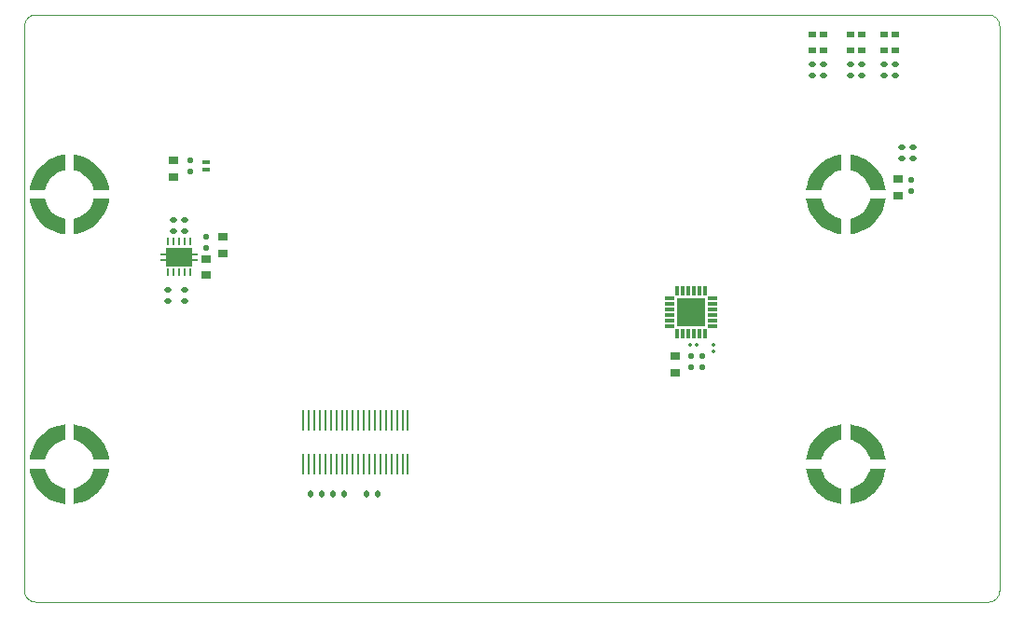
<source format=gtp>
G04*
G04 #@! TF.GenerationSoftware,Altium Limited,Altium Designer,24.5.2 (23)*
G04*
G04 Layer_Color=8421504*
%FSLAX25Y25*%
%MOIN*%
G70*
G04*
G04 #@! TF.SameCoordinates,8268167A-419A-4E4C-BA15-56D98ABE09BB*
G04*
G04*
G04 #@! TF.FilePolarity,Positive*
G04*
G01*
G75*
%ADD20C,0.00100*%
G04:AMPARAMS|DCode=21|XSize=23.62mil|YSize=17.72mil|CornerRadius=4.43mil|HoleSize=0mil|Usage=FLASHONLY|Rotation=90.000|XOffset=0mil|YOffset=0mil|HoleType=Round|Shape=RoundedRectangle|*
%AMROUNDEDRECTD21*
21,1,0.02362,0.00886,0,0,90.0*
21,1,0.01476,0.01772,0,0,90.0*
1,1,0.00886,0.00443,0.00738*
1,1,0.00886,0.00443,-0.00738*
1,1,0.00886,-0.00443,-0.00738*
1,1,0.00886,-0.00443,0.00738*
%
%ADD21ROUNDEDRECTD21*%
%ADD22R,0.10039X0.10039*%
G04:AMPARAMS|DCode=23|XSize=35.43mil|YSize=11.81mil|CornerRadius=2.95mil|HoleSize=0mil|Usage=FLASHONLY|Rotation=270.000|XOffset=0mil|YOffset=0mil|HoleType=Round|Shape=RoundedRectangle|*
%AMROUNDEDRECTD23*
21,1,0.03543,0.00591,0,0,270.0*
21,1,0.02953,0.01181,0,0,270.0*
1,1,0.00591,-0.00295,-0.01476*
1,1,0.00591,-0.00295,0.01476*
1,1,0.00591,0.00295,0.01476*
1,1,0.00591,0.00295,-0.01476*
%
%ADD23ROUNDEDRECTD23*%
G04:AMPARAMS|DCode=24|XSize=35.43mil|YSize=11.81mil|CornerRadius=2.95mil|HoleSize=0mil|Usage=FLASHONLY|Rotation=180.000|XOffset=0mil|YOffset=0mil|HoleType=Round|Shape=RoundedRectangle|*
%AMROUNDEDRECTD24*
21,1,0.03543,0.00591,0,0,180.0*
21,1,0.02953,0.01181,0,0,180.0*
1,1,0.00591,-0.01476,0.00295*
1,1,0.00591,0.01476,0.00295*
1,1,0.00591,0.01476,-0.00295*
1,1,0.00591,-0.01476,-0.00295*
%
%ADD24ROUNDEDRECTD24*%
G04:AMPARAMS|DCode=25|XSize=21.62mil|YSize=17.69mil|CornerRadius=3.92mil|HoleSize=0mil|Usage=FLASHONLY|Rotation=0.000|XOffset=0mil|YOffset=0mil|HoleType=Round|Shape=RoundedRectangle|*
%AMROUNDEDRECTD25*
21,1,0.02162,0.00984,0,0,0.0*
21,1,0.01378,0.01769,0,0,0.0*
1,1,0.00784,0.00689,-0.00492*
1,1,0.00784,-0.00689,-0.00492*
1,1,0.00784,-0.00689,0.00492*
1,1,0.00784,0.00689,0.00492*
%
%ADD25ROUNDEDRECTD25*%
G04:AMPARAMS|DCode=26|XSize=32.68mil|YSize=27.56mil|CornerRadius=2.76mil|HoleSize=0mil|Usage=FLASHONLY|Rotation=0.000|XOffset=0mil|YOffset=0mil|HoleType=Round|Shape=RoundedRectangle|*
%AMROUNDEDRECTD26*
21,1,0.03268,0.02205,0,0,0.0*
21,1,0.02717,0.02756,0,0,0.0*
1,1,0.00551,0.01358,-0.01102*
1,1,0.00551,-0.01358,-0.01102*
1,1,0.00551,-0.01358,0.01102*
1,1,0.00551,0.01358,0.01102*
%
%ADD26ROUNDEDRECTD26*%
G04:AMPARAMS|DCode=27|XSize=13.78mil|YSize=11.81mil|CornerRadius=2.95mil|HoleSize=0mil|Usage=FLASHONLY|Rotation=90.000|XOffset=0mil|YOffset=0mil|HoleType=Round|Shape=RoundedRectangle|*
%AMROUNDEDRECTD27*
21,1,0.01378,0.00591,0,0,90.0*
21,1,0.00787,0.01181,0,0,90.0*
1,1,0.00591,0.00295,0.00394*
1,1,0.00591,0.00295,-0.00394*
1,1,0.00591,-0.00295,-0.00394*
1,1,0.00591,-0.00295,0.00394*
%
%ADD27ROUNDEDRECTD27*%
G04:AMPARAMS|DCode=28|XSize=13.78mil|YSize=11.81mil|CornerRadius=2.95mil|HoleSize=0mil|Usage=FLASHONLY|Rotation=180.000|XOffset=0mil|YOffset=0mil|HoleType=Round|Shape=RoundedRectangle|*
%AMROUNDEDRECTD28*
21,1,0.01378,0.00591,0,0,180.0*
21,1,0.00787,0.01181,0,0,180.0*
1,1,0.00591,-0.00394,0.00295*
1,1,0.00591,0.00394,0.00295*
1,1,0.00591,0.00394,-0.00295*
1,1,0.00591,-0.00394,-0.00295*
%
%ADD28ROUNDEDRECTD28*%
G04:AMPARAMS|DCode=29|XSize=23.62mil|YSize=17.72mil|CornerRadius=4.43mil|HoleSize=0mil|Usage=FLASHONLY|Rotation=180.000|XOffset=0mil|YOffset=0mil|HoleType=Round|Shape=RoundedRectangle|*
%AMROUNDEDRECTD29*
21,1,0.02362,0.00886,0,0,180.0*
21,1,0.01476,0.01772,0,0,180.0*
1,1,0.00886,-0.00738,0.00443*
1,1,0.00886,0.00738,0.00443*
1,1,0.00886,0.00738,-0.00443*
1,1,0.00886,-0.00738,-0.00443*
%
%ADD29ROUNDEDRECTD29*%
%ADD30R,0.02756X0.02362*%
G04:AMPARAMS|DCode=31|XSize=70.87mil|YSize=9.84mil|CornerRadius=0.49mil|HoleSize=0mil|Usage=FLASHONLY|Rotation=270.000|XOffset=0mil|YOffset=0mil|HoleType=Round|Shape=RoundedRectangle|*
%AMROUNDEDRECTD31*
21,1,0.07087,0.00886,0,0,270.0*
21,1,0.06988,0.00984,0,0,270.0*
1,1,0.00098,-0.00443,-0.03494*
1,1,0.00098,-0.00443,0.03494*
1,1,0.00098,0.00443,0.03494*
1,1,0.00098,0.00443,-0.03494*
%
%ADD31ROUNDEDRECTD31*%
G04:AMPARAMS|DCode=32|XSize=23.62mil|YSize=9.84mil|CornerRadius=1.48mil|HoleSize=0mil|Usage=FLASHONLY|Rotation=270.000|XOffset=0mil|YOffset=0mil|HoleType=Round|Shape=RoundedRectangle|*
%AMROUNDEDRECTD32*
21,1,0.02362,0.00689,0,0,270.0*
21,1,0.02067,0.00984,0,0,270.0*
1,1,0.00295,-0.00344,-0.01033*
1,1,0.00295,-0.00344,0.01033*
1,1,0.00295,0.00344,0.01033*
1,1,0.00295,0.00344,-0.01033*
%
%ADD32ROUNDEDRECTD32*%
G04:AMPARAMS|DCode=33|XSize=94.49mil|YSize=64.96mil|CornerRadius=1.62mil|HoleSize=0mil|Usage=FLASHONLY|Rotation=0.000|XOffset=0mil|YOffset=0mil|HoleType=Round|Shape=RoundedRectangle|*
%AMROUNDEDRECTD33*
21,1,0.09449,0.06171,0,0,0.0*
21,1,0.09124,0.06496,0,0,0.0*
1,1,0.00325,0.04562,-0.03086*
1,1,0.00325,-0.04562,-0.03086*
1,1,0.00325,-0.04562,0.03086*
1,1,0.00325,0.04562,0.03086*
%
%ADD33ROUNDEDRECTD33*%
G04:AMPARAMS|DCode=34|XSize=19.69mil|YSize=9.84mil|CornerRadius=0mil|HoleSize=0mil|Usage=FLASHONLY|Rotation=0.000|XOffset=0mil|YOffset=0mil|HoleType=Round|Shape=RoundedRectangle|*
%AMROUNDEDRECTD34*
21,1,0.01969,0.00984,0,0,0.0*
21,1,0.01969,0.00984,0,0,0.0*
1,1,0.00000,0.00985,-0.00492*
1,1,0.00000,-0.00985,-0.00492*
1,1,0.00000,-0.00985,0.00492*
1,1,0.00000,0.00985,0.00492*
%
%ADD34ROUNDEDRECTD34*%
G04:AMPARAMS|DCode=35|XSize=13.78mil|YSize=23.62mil|CornerRadius=1.38mil|HoleSize=0mil|Usage=FLASHONLY|Rotation=90.000|XOffset=0mil|YOffset=0mil|HoleType=Round|Shape=RoundedRectangle|*
%AMROUNDEDRECTD35*
21,1,0.01378,0.02087,0,0,90.0*
21,1,0.01102,0.02362,0,0,90.0*
1,1,0.00276,0.01043,0.00551*
1,1,0.00276,0.01043,-0.00551*
1,1,0.00276,-0.01043,-0.00551*
1,1,0.00276,-0.01043,0.00551*
%
%ADD35ROUNDEDRECTD35*%
G36*
X942371Y607022D02*
X942372Y612569D01*
X941720Y612713D01*
X940458Y613147D01*
X939276Y613766D01*
X938201Y614556D01*
X937257Y615500D01*
X936467Y616575D01*
X935848Y617757D01*
X935414Y619019D01*
X935270Y619671D01*
Y619671D01*
X929723Y619671D01*
X929812Y618870D01*
X930168Y617298D01*
X930698Y615776D01*
X931396Y614323D01*
X932253Y612957D01*
X933257Y611697D01*
X934397Y610557D01*
X935658Y609552D01*
X937023Y608695D01*
X938476Y607997D01*
X939998Y607467D01*
X941570Y607111D01*
X942371Y607022D01*
D01*
D02*
G37*
G36*
X929723Y622822D02*
X935271Y622821D01*
X935415Y623472D01*
X935848Y624734D01*
X936467Y625917D01*
X937258Y626992D01*
X938201Y627935D01*
X939276Y628726D01*
X940458Y629345D01*
X941720Y629779D01*
X942372Y629923D01*
X942372Y629923D01*
X942372Y635470D01*
X941571Y635381D01*
X939999Y635025D01*
X938477Y634494D01*
X937024Y633797D01*
X935659Y632940D01*
X934398Y631935D01*
X933258Y630796D01*
X932254Y629535D01*
X931397Y628170D01*
X930699Y626717D01*
X930168Y625195D01*
X929812Y623623D01*
X929723Y622822D01*
Y622822D01*
D02*
G37*
G36*
X958171Y619670D02*
X952624Y619671D01*
X952480Y619019D01*
X952046Y617757D01*
X951427Y616575D01*
X950637Y615499D01*
X949693Y614556D01*
X948618Y613765D01*
X947436Y613146D01*
X946174Y612713D01*
X945522Y612569D01*
X945522Y612569D01*
X945522Y607022D01*
X946323Y607110D01*
X947895Y607466D01*
X949417Y607997D01*
X950870Y608695D01*
X952236Y609551D01*
X953496Y610556D01*
X954636Y611696D01*
X955641Y612956D01*
X956498Y614322D01*
X957196Y615774D01*
X957726Y617297D01*
X958082Y618868D01*
X958171Y619670D01*
X958171D01*
D02*
G37*
G36*
X945523Y635470D02*
X945522Y629922D01*
X946174Y629778D01*
X947436Y629345D01*
X948618Y628726D01*
X949693Y627935D01*
X950637Y626992D01*
X951427Y625917D01*
X952047Y624734D01*
X952480Y623472D01*
X952624Y622821D01*
X952624Y622821D01*
X958171Y622821D01*
X958083Y623622D01*
X957726Y625194D01*
X957196Y626716D01*
X956498Y628169D01*
X955641Y629534D01*
X954637Y630795D01*
X953497Y631934D01*
X952237Y632939D01*
X950871Y633796D01*
X949419Y634494D01*
X947896Y635025D01*
X946324Y635381D01*
X945523Y635470D01*
X945523Y635470D01*
D02*
G37*
G36*
X942371Y703478D02*
X942372Y709026D01*
X941720Y709170D01*
X940458Y709603D01*
X939276Y710222D01*
X938201Y711013D01*
X937257Y711956D01*
X936467Y713031D01*
X935848Y714214D01*
X935414Y715476D01*
X935270Y716127D01*
Y716127D01*
X929723Y716127D01*
X929812Y715326D01*
X930168Y713754D01*
X930698Y712232D01*
X931396Y710779D01*
X932253Y709414D01*
X933257Y708153D01*
X934397Y707014D01*
X935658Y706009D01*
X937023Y705152D01*
X938476Y704454D01*
X939998Y703923D01*
X941570Y703567D01*
X942371Y703478D01*
D01*
D02*
G37*
G36*
X929723Y719278D02*
X935271Y719277D01*
X935415Y719929D01*
X935848Y721191D01*
X936467Y722373D01*
X937258Y723448D01*
X938201Y724392D01*
X939276Y725182D01*
X940458Y725802D01*
X941720Y726235D01*
X942372Y726379D01*
X942372Y726379D01*
X942372Y731926D01*
X941571Y731838D01*
X939999Y731482D01*
X938477Y730951D01*
X937024Y730253D01*
X935659Y729397D01*
X934398Y728392D01*
X933258Y727252D01*
X932254Y725992D01*
X931397Y724626D01*
X930699Y723174D01*
X930168Y721652D01*
X929812Y720080D01*
X929723Y719278D01*
Y719278D01*
D02*
G37*
G36*
X958171Y716126D02*
X952624Y716127D01*
X952480Y715476D01*
X952046Y714214D01*
X951427Y713031D01*
X950637Y711956D01*
X949693Y711013D01*
X948618Y710222D01*
X947436Y709603D01*
X946174Y709169D01*
X945522Y709025D01*
X945522Y709025D01*
X945522Y703478D01*
X946323Y703567D01*
X947895Y703923D01*
X949417Y704454D01*
X950870Y705151D01*
X952236Y706008D01*
X953496Y707013D01*
X954636Y708152D01*
X955641Y709413D01*
X956498Y710778D01*
X957196Y712231D01*
X957726Y713753D01*
X958082Y715325D01*
X958171Y716126D01*
X958171D01*
D02*
G37*
G36*
X945523Y731926D02*
X945522Y726379D01*
X946174Y726235D01*
X947436Y725801D01*
X948618Y725182D01*
X949693Y724392D01*
X950637Y723448D01*
X951427Y722373D01*
X952047Y721191D01*
X952480Y719929D01*
X952624Y719277D01*
X952624Y719277D01*
X958171Y719277D01*
X958083Y720078D01*
X957726Y721650D01*
X957196Y723172D01*
X956498Y724625D01*
X955641Y725991D01*
X954637Y727251D01*
X953497Y728391D01*
X952237Y729396D01*
X950871Y730253D01*
X949419Y730951D01*
X947896Y731481D01*
X946324Y731838D01*
X945523Y731926D01*
X945523Y731926D01*
D02*
G37*
G36*
X1219930Y607022D02*
X1219932Y612569D01*
X1219279Y612713D01*
X1218017Y613147D01*
X1216835Y613766D01*
X1215760Y614556D01*
X1214817Y615500D01*
X1214026Y616575D01*
X1213407Y617757D01*
X1212973Y619019D01*
X1212829Y619671D01*
Y619671D01*
X1207282Y619671D01*
X1207371Y618870D01*
X1207727Y617298D01*
X1208257Y615776D01*
X1208955Y614323D01*
X1209812Y612957D01*
X1210817Y611697D01*
X1211956Y610557D01*
X1213217Y609552D01*
X1214582Y608695D01*
X1216035Y607997D01*
X1217557Y607467D01*
X1219129Y607111D01*
X1219930Y607022D01*
D01*
D02*
G37*
G36*
X1207282Y622822D02*
X1212830Y622821D01*
X1212974Y623472D01*
X1213407Y624734D01*
X1214026Y625917D01*
X1214817Y626992D01*
X1215760Y627935D01*
X1216835Y628726D01*
X1218017Y629345D01*
X1219279Y629779D01*
X1219931Y629923D01*
X1219931Y629923D01*
X1219932Y635470D01*
X1219130Y635381D01*
X1217558Y635025D01*
X1216036Y634494D01*
X1214583Y633797D01*
X1213218Y632940D01*
X1211957Y631935D01*
X1210817Y630796D01*
X1209813Y629535D01*
X1208956Y628170D01*
X1208258Y626717D01*
X1207727Y625195D01*
X1207371Y623623D01*
X1207282Y622822D01*
Y622822D01*
D02*
G37*
G36*
X1235730Y619670D02*
X1230183Y619671D01*
X1230039Y619019D01*
X1229605Y617757D01*
X1228986Y616575D01*
X1228196Y615499D01*
X1227252Y614556D01*
X1226177Y613765D01*
X1224995Y613146D01*
X1223733Y612713D01*
X1223081Y612569D01*
X1223081Y612569D01*
X1223081Y607022D01*
X1223882Y607110D01*
X1225454Y607466D01*
X1226976Y607997D01*
X1228429Y608695D01*
X1229795Y609551D01*
X1231055Y610556D01*
X1232195Y611696D01*
X1233200Y612956D01*
X1234057Y614322D01*
X1234755Y615774D01*
X1235285Y617297D01*
X1235641Y618868D01*
X1235730Y619670D01*
X1235730D01*
D02*
G37*
G36*
X1223082Y635470D02*
X1223081Y629922D01*
X1223733Y629778D01*
X1224995Y629345D01*
X1226177Y628726D01*
X1227252Y627935D01*
X1228196Y626992D01*
X1228986Y625917D01*
X1229606Y624734D01*
X1230039Y623472D01*
X1230183Y622821D01*
X1230183Y622821D01*
X1235730Y622821D01*
X1235642Y623622D01*
X1235286Y625194D01*
X1234755Y626716D01*
X1234057Y628169D01*
X1233201Y629534D01*
X1232196Y630795D01*
X1231056Y631934D01*
X1229796Y632939D01*
X1228430Y633796D01*
X1226978Y634494D01*
X1225455Y635025D01*
X1223883Y635381D01*
X1223082Y635470D01*
X1223082Y635470D01*
D02*
G37*
G36*
X1219930Y703478D02*
X1219932Y709026D01*
X1219279Y709170D01*
X1218017Y709603D01*
X1216835Y710222D01*
X1215760Y711013D01*
X1214817Y711956D01*
X1214026Y713031D01*
X1213407Y714214D01*
X1212973Y715476D01*
X1212829Y716127D01*
Y716127D01*
X1207282Y716127D01*
X1207371Y715326D01*
X1207727Y713754D01*
X1208257Y712232D01*
X1208955Y710779D01*
X1209812Y709414D01*
X1210817Y708153D01*
X1211956Y707014D01*
X1213217Y706009D01*
X1214582Y705152D01*
X1216035Y704454D01*
X1217557Y703923D01*
X1219129Y703567D01*
X1219930Y703478D01*
D01*
D02*
G37*
G36*
X1207282Y719278D02*
X1212830Y719277D01*
X1212974Y719929D01*
X1213407Y721191D01*
X1214026Y722373D01*
X1214817Y723448D01*
X1215760Y724392D01*
X1216835Y725182D01*
X1218017Y725802D01*
X1219279Y726235D01*
X1219931Y726379D01*
X1219931Y726379D01*
X1219932Y731926D01*
X1219130Y731838D01*
X1217558Y731482D01*
X1216036Y730951D01*
X1214583Y730253D01*
X1213218Y729397D01*
X1211957Y728392D01*
X1210817Y727252D01*
X1209813Y725992D01*
X1208956Y724626D01*
X1208258Y723174D01*
X1207727Y721652D01*
X1207371Y720080D01*
X1207282Y719278D01*
Y719278D01*
D02*
G37*
G36*
X1235730Y716126D02*
X1230183Y716127D01*
X1230039Y715476D01*
X1229605Y714214D01*
X1228986Y713031D01*
X1228196Y711956D01*
X1227252Y711013D01*
X1226177Y710222D01*
X1224995Y709603D01*
X1223733Y709169D01*
X1223081Y709025D01*
X1223081Y709025D01*
X1223081Y703478D01*
X1223882Y703567D01*
X1225454Y703923D01*
X1226976Y704454D01*
X1228429Y705151D01*
X1229795Y706008D01*
X1231055Y707013D01*
X1232195Y708152D01*
X1233200Y709413D01*
X1234057Y710778D01*
X1234755Y712231D01*
X1235285Y713753D01*
X1235641Y715325D01*
X1235730Y716126D01*
X1235730D01*
D02*
G37*
G36*
X1223082Y731926D02*
X1223081Y726379D01*
X1223733Y726235D01*
X1224995Y725801D01*
X1226177Y725182D01*
X1227252Y724392D01*
X1228196Y723448D01*
X1228986Y722373D01*
X1229606Y721191D01*
X1230039Y719929D01*
X1230183Y719277D01*
X1230184Y719277D01*
X1235730Y719277D01*
X1235642Y720078D01*
X1235286Y721650D01*
X1234755Y723172D01*
X1234057Y724625D01*
X1233201Y725991D01*
X1232196Y727251D01*
X1231056Y728391D01*
X1229796Y729396D01*
X1228430Y730253D01*
X1226978Y730951D01*
X1225455Y731481D01*
X1223883Y731838D01*
X1223082Y731926D01*
X1223082Y731926D01*
D02*
G37*
D20*
X1276514Y777976D02*
G03*
X1272514Y781876I-3950J-50D01*
G01*
X1272614Y571876D02*
G03*
X1276514Y575876I-50J3950D01*
G01*
X927963Y575876D02*
G03*
X931963Y571876I4000J0D01*
G01*
Y781876D02*
G03*
X927963Y777976I-50J-3950D01*
G01*
X1276514Y575876D02*
Y777976D01*
X1181963Y781876D02*
X1272514D01*
X931963D02*
X1181963D01*
X931963Y571876D02*
X1272614D01*
X927963Y575876D02*
Y777976D01*
D21*
X1050042Y610616D02*
D03*
X1054042D02*
D03*
X1034325D02*
D03*
X1030325D02*
D03*
X1042231D02*
D03*
X1038231D02*
D03*
D22*
X1166215Y675576D02*
D03*
D23*
X1171136Y667899D02*
D03*
X1169168D02*
D03*
X1167199D02*
D03*
X1165231D02*
D03*
X1163262D02*
D03*
X1161294D02*
D03*
Y683253D02*
D03*
X1163262D02*
D03*
X1165231D02*
D03*
X1167199D02*
D03*
X1169168D02*
D03*
X1171136D02*
D03*
D24*
X1158538Y670655D02*
D03*
Y672624D02*
D03*
Y674592D02*
D03*
Y676561D02*
D03*
Y678529D02*
D03*
Y680498D02*
D03*
X1173892D02*
D03*
Y678529D02*
D03*
Y676561D02*
D03*
Y674592D02*
D03*
Y672624D02*
D03*
Y670655D02*
D03*
D25*
X1166215Y659828D02*
D03*
Y655891D02*
D03*
X1170152Y659828D02*
D03*
Y655891D02*
D03*
X1244955Y722821D02*
D03*
Y718884D02*
D03*
X992987Y698608D02*
D03*
Y702545D02*
D03*
X987081Y725970D02*
D03*
Y729907D02*
D03*
D26*
X1160590Y659929D02*
D03*
Y654023D02*
D03*
X1240206Y717389D02*
D03*
Y723295D02*
D03*
X992987Y688765D02*
D03*
Y694671D02*
D03*
X998892Y702545D02*
D03*
Y696639D02*
D03*
X981176Y729907D02*
D03*
Y724002D02*
D03*
D27*
X1168184Y663765D02*
D03*
X1166018D02*
D03*
D28*
X1174089D02*
D03*
Y661600D02*
D03*
D29*
X1239050Y760190D02*
D03*
Y764190D02*
D03*
X1235113Y760159D02*
D03*
Y764159D02*
D03*
X1227239Y760190D02*
D03*
Y764190D02*
D03*
X1223302Y760190D02*
D03*
Y764190D02*
D03*
X1241609Y734663D02*
D03*
Y730663D02*
D03*
X1245546Y730600D02*
D03*
Y734600D02*
D03*
X981176Y704513D02*
D03*
Y708513D02*
D03*
X985113D02*
D03*
Y704513D02*
D03*
X985113Y679482D02*
D03*
Y683482D02*
D03*
X979207Y679450D02*
D03*
Y683450D02*
D03*
X1209522Y764159D02*
D03*
Y760159D02*
D03*
X1213459Y764159D02*
D03*
Y760159D02*
D03*
D30*
X1235113Y769277D02*
D03*
X1239050D02*
D03*
Y774789D02*
D03*
X1235113D02*
D03*
X1223302Y769277D02*
D03*
X1227239D02*
D03*
Y774789D02*
D03*
X1223302D02*
D03*
X1209522Y774757D02*
D03*
X1213459D02*
D03*
Y769246D02*
D03*
X1209522D02*
D03*
D31*
X1059105Y621246D02*
D03*
X1057136D02*
D03*
X1065010Y636994D02*
D03*
X1063042D02*
D03*
X1061073D02*
D03*
X1059105D02*
D03*
X1057136D02*
D03*
X1037451D02*
D03*
X1045325Y621246D02*
D03*
X1037451D02*
D03*
X1029577D02*
D03*
X1055168Y636994D02*
D03*
X1053199D02*
D03*
X1051231D02*
D03*
X1065010Y621246D02*
D03*
X1063042D02*
D03*
X1061073D02*
D03*
X1055168D02*
D03*
X1053199D02*
D03*
X1051231D02*
D03*
X1041388D02*
D03*
X1043357D02*
D03*
X1039420D02*
D03*
X1035483D02*
D03*
X1031546D02*
D03*
X1027609D02*
D03*
Y636994D02*
D03*
X1031546D02*
D03*
X1029577D02*
D03*
X1043357D02*
D03*
X1049262Y621246D02*
D03*
Y636994D02*
D03*
X1047294Y621246D02*
D03*
Y636994D02*
D03*
X1045325D02*
D03*
X1035483D02*
D03*
X1033514Y621246D02*
D03*
Y636994D02*
D03*
X1041388D02*
D03*
X1039420D02*
D03*
D32*
X987081Y700773D02*
D03*
X985113D02*
D03*
X983144D02*
D03*
X981175D02*
D03*
X979207D02*
D03*
Y689749D02*
D03*
X981175D02*
D03*
X983144D02*
D03*
X985113D02*
D03*
X987081D02*
D03*
D33*
X983144Y695261D02*
D03*
D34*
X988853Y696245D02*
D03*
Y694277D02*
D03*
X977435Y696245D02*
D03*
Y694277D02*
D03*
D35*
X992987Y726659D02*
D03*
Y729218D02*
D03*
M02*

</source>
